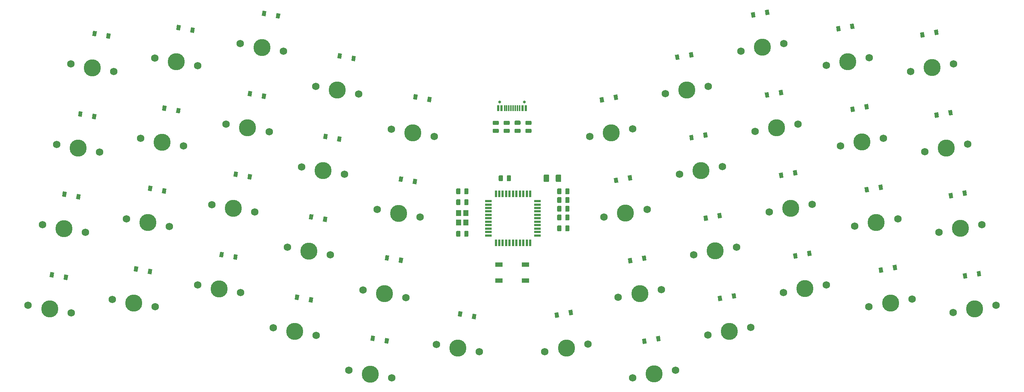
<source format=gts>
G04 #@! TF.GenerationSoftware,KiCad,Pcbnew,(5.1.5)-3*
G04 #@! TF.CreationDate,2020-04-21T01:25:22+02:00*
G04 #@! TF.ProjectId,Marv-Atreus,4d617276-2d41-4747-9265-75732e6b6963,rev?*
G04 #@! TF.SameCoordinates,Original*
G04 #@! TF.FileFunction,Soldermask,Top*
G04 #@! TF.FilePolarity,Negative*
%FSLAX46Y46*%
G04 Gerber Fmt 4.6, Leading zero omitted, Abs format (unit mm)*
G04 Created by KiCad (PCBNEW (5.1.5)-3) date 2020-04-21 01:25:22*
%MOMM*%
%LPD*%
G04 APERTURE LIST*
%ADD10R,1.200000X1.400000*%
%ADD11R,0.600000X1.450000*%
%ADD12R,0.300000X1.450000*%
%ADD13C,0.650000*%
%ADD14R,1.500000X0.550000*%
%ADD15R,0.550000X1.500000*%
%ADD16R,1.800000X1.100000*%
%ADD17C,0.100000*%
%ADD18C,3.987800*%
%ADD19C,1.750000*%
G04 APERTURE END LIST*
D10*
X136233560Y-96994000D03*
X136233560Y-94794000D03*
X137933560Y-94794000D03*
X137933560Y-96994000D03*
D11*
X145458497Y-70350524D03*
X151908497Y-70350524D03*
X146233497Y-70350524D03*
X151133497Y-70350524D03*
D12*
X150433497Y-70350524D03*
X146933497Y-70350524D03*
X149933497Y-70350524D03*
X147433497Y-70350524D03*
X149433497Y-70350524D03*
X147933497Y-70350524D03*
X148433497Y-70350524D03*
X148933497Y-70350524D03*
D13*
X145793497Y-68905524D03*
X151573497Y-68905524D03*
D14*
X154599307Y-91993108D03*
X154599307Y-92793108D03*
X154599307Y-93593108D03*
X154599307Y-94393108D03*
X154599307Y-95193108D03*
X154599307Y-95993108D03*
X154599307Y-96793108D03*
X154599307Y-97593108D03*
X154599307Y-98393108D03*
X154599307Y-99193108D03*
X154599307Y-99993108D03*
D15*
X152899307Y-101693108D03*
X152099307Y-101693108D03*
X151299307Y-101693108D03*
X150499307Y-101693108D03*
X149699307Y-101693108D03*
X148899307Y-101693108D03*
X148099307Y-101693108D03*
X147299307Y-101693108D03*
X146499307Y-101693108D03*
X145699307Y-101693108D03*
X144899307Y-101693108D03*
D14*
X143199307Y-99993108D03*
X143199307Y-99193108D03*
X143199307Y-98393108D03*
X143199307Y-97593108D03*
X143199307Y-96793108D03*
X143199307Y-95993108D03*
X143199307Y-95193108D03*
X143199307Y-94393108D03*
X143199307Y-93593108D03*
X143199307Y-92793108D03*
X143199307Y-91993108D03*
D15*
X144899307Y-90293108D03*
X145699307Y-90293108D03*
X146499307Y-90293108D03*
X147299307Y-90293108D03*
X148099307Y-90293108D03*
X148899307Y-90293108D03*
X149699307Y-90293108D03*
X150499307Y-90293108D03*
X151299307Y-90293108D03*
X152099307Y-90293108D03*
X152899307Y-90293108D03*
D16*
X145583497Y-110543140D03*
X151783497Y-106843140D03*
X145583497Y-106843140D03*
X151783497Y-110543140D03*
D17*
G36*
X159958142Y-97651174D02*
G01*
X159981803Y-97654684D01*
X160005007Y-97660496D01*
X160027529Y-97668554D01*
X160049153Y-97678782D01*
X160069670Y-97691079D01*
X160088883Y-97705329D01*
X160106607Y-97721393D01*
X160122671Y-97739117D01*
X160136921Y-97758330D01*
X160149218Y-97778847D01*
X160159446Y-97800471D01*
X160167504Y-97822993D01*
X160173316Y-97846197D01*
X160176826Y-97869858D01*
X160178000Y-97893750D01*
X160178000Y-98806250D01*
X160176826Y-98830142D01*
X160173316Y-98853803D01*
X160167504Y-98877007D01*
X160159446Y-98899529D01*
X160149218Y-98921153D01*
X160136921Y-98941670D01*
X160122671Y-98960883D01*
X160106607Y-98978607D01*
X160088883Y-98994671D01*
X160069670Y-99008921D01*
X160049153Y-99021218D01*
X160027529Y-99031446D01*
X160005007Y-99039504D01*
X159981803Y-99045316D01*
X159958142Y-99048826D01*
X159934250Y-99050000D01*
X159446750Y-99050000D01*
X159422858Y-99048826D01*
X159399197Y-99045316D01*
X159375993Y-99039504D01*
X159353471Y-99031446D01*
X159331847Y-99021218D01*
X159311330Y-99008921D01*
X159292117Y-98994671D01*
X159274393Y-98978607D01*
X159258329Y-98960883D01*
X159244079Y-98941670D01*
X159231782Y-98921153D01*
X159221554Y-98899529D01*
X159213496Y-98877007D01*
X159207684Y-98853803D01*
X159204174Y-98830142D01*
X159203000Y-98806250D01*
X159203000Y-97893750D01*
X159204174Y-97869858D01*
X159207684Y-97846197D01*
X159213496Y-97822993D01*
X159221554Y-97800471D01*
X159231782Y-97778847D01*
X159244079Y-97758330D01*
X159258329Y-97739117D01*
X159274393Y-97721393D01*
X159292117Y-97705329D01*
X159311330Y-97691079D01*
X159331847Y-97678782D01*
X159353471Y-97668554D01*
X159375993Y-97660496D01*
X159399197Y-97654684D01*
X159422858Y-97651174D01*
X159446750Y-97650000D01*
X159934250Y-97650000D01*
X159958142Y-97651174D01*
G37*
G36*
X161833142Y-97651174D02*
G01*
X161856803Y-97654684D01*
X161880007Y-97660496D01*
X161902529Y-97668554D01*
X161924153Y-97678782D01*
X161944670Y-97691079D01*
X161963883Y-97705329D01*
X161981607Y-97721393D01*
X161997671Y-97739117D01*
X162011921Y-97758330D01*
X162024218Y-97778847D01*
X162034446Y-97800471D01*
X162042504Y-97822993D01*
X162048316Y-97846197D01*
X162051826Y-97869858D01*
X162053000Y-97893750D01*
X162053000Y-98806250D01*
X162051826Y-98830142D01*
X162048316Y-98853803D01*
X162042504Y-98877007D01*
X162034446Y-98899529D01*
X162024218Y-98921153D01*
X162011921Y-98941670D01*
X161997671Y-98960883D01*
X161981607Y-98978607D01*
X161963883Y-98994671D01*
X161944670Y-99008921D01*
X161924153Y-99021218D01*
X161902529Y-99031446D01*
X161880007Y-99039504D01*
X161856803Y-99045316D01*
X161833142Y-99048826D01*
X161809250Y-99050000D01*
X161321750Y-99050000D01*
X161297858Y-99048826D01*
X161274197Y-99045316D01*
X161250993Y-99039504D01*
X161228471Y-99031446D01*
X161206847Y-99021218D01*
X161186330Y-99008921D01*
X161167117Y-98994671D01*
X161149393Y-98978607D01*
X161133329Y-98960883D01*
X161119079Y-98941670D01*
X161106782Y-98921153D01*
X161096554Y-98899529D01*
X161088496Y-98877007D01*
X161082684Y-98853803D01*
X161079174Y-98830142D01*
X161078000Y-98806250D01*
X161078000Y-97893750D01*
X161079174Y-97869858D01*
X161082684Y-97846197D01*
X161088496Y-97822993D01*
X161096554Y-97800471D01*
X161106782Y-97778847D01*
X161119079Y-97758330D01*
X161133329Y-97739117D01*
X161149393Y-97721393D01*
X161167117Y-97705329D01*
X161186330Y-97691079D01*
X161206847Y-97678782D01*
X161228471Y-97668554D01*
X161250993Y-97660496D01*
X161274197Y-97654684D01*
X161297858Y-97651174D01*
X161321750Y-97650000D01*
X161809250Y-97650000D01*
X161833142Y-97651174D01*
G37*
G36*
X150440142Y-73225674D02*
G01*
X150463803Y-73229184D01*
X150487007Y-73234996D01*
X150509529Y-73243054D01*
X150531153Y-73253282D01*
X150551670Y-73265579D01*
X150570883Y-73279829D01*
X150588607Y-73295893D01*
X150604671Y-73313617D01*
X150618921Y-73332830D01*
X150631218Y-73353347D01*
X150641446Y-73374971D01*
X150649504Y-73397493D01*
X150655316Y-73420697D01*
X150658826Y-73444358D01*
X150660000Y-73468250D01*
X150660000Y-73955750D01*
X150658826Y-73979642D01*
X150655316Y-74003303D01*
X150649504Y-74026507D01*
X150641446Y-74049029D01*
X150631218Y-74070653D01*
X150618921Y-74091170D01*
X150604671Y-74110383D01*
X150588607Y-74128107D01*
X150570883Y-74144171D01*
X150551670Y-74158421D01*
X150531153Y-74170718D01*
X150509529Y-74180946D01*
X150487007Y-74189004D01*
X150463803Y-74194816D01*
X150440142Y-74198326D01*
X150416250Y-74199500D01*
X149503750Y-74199500D01*
X149479858Y-74198326D01*
X149456197Y-74194816D01*
X149432993Y-74189004D01*
X149410471Y-74180946D01*
X149388847Y-74170718D01*
X149368330Y-74158421D01*
X149349117Y-74144171D01*
X149331393Y-74128107D01*
X149315329Y-74110383D01*
X149301079Y-74091170D01*
X149288782Y-74070653D01*
X149278554Y-74049029D01*
X149270496Y-74026507D01*
X149264684Y-74003303D01*
X149261174Y-73979642D01*
X149260000Y-73955750D01*
X149260000Y-73468250D01*
X149261174Y-73444358D01*
X149264684Y-73420697D01*
X149270496Y-73397493D01*
X149278554Y-73374971D01*
X149288782Y-73353347D01*
X149301079Y-73332830D01*
X149315329Y-73313617D01*
X149331393Y-73295893D01*
X149349117Y-73279829D01*
X149368330Y-73265579D01*
X149388847Y-73253282D01*
X149410471Y-73243054D01*
X149432993Y-73234996D01*
X149456197Y-73229184D01*
X149479858Y-73225674D01*
X149503750Y-73224500D01*
X150416250Y-73224500D01*
X150440142Y-73225674D01*
G37*
G36*
X150440142Y-75100674D02*
G01*
X150463803Y-75104184D01*
X150487007Y-75109996D01*
X150509529Y-75118054D01*
X150531153Y-75128282D01*
X150551670Y-75140579D01*
X150570883Y-75154829D01*
X150588607Y-75170893D01*
X150604671Y-75188617D01*
X150618921Y-75207830D01*
X150631218Y-75228347D01*
X150641446Y-75249971D01*
X150649504Y-75272493D01*
X150655316Y-75295697D01*
X150658826Y-75319358D01*
X150660000Y-75343250D01*
X150660000Y-75830750D01*
X150658826Y-75854642D01*
X150655316Y-75878303D01*
X150649504Y-75901507D01*
X150641446Y-75924029D01*
X150631218Y-75945653D01*
X150618921Y-75966170D01*
X150604671Y-75985383D01*
X150588607Y-76003107D01*
X150570883Y-76019171D01*
X150551670Y-76033421D01*
X150531153Y-76045718D01*
X150509529Y-76055946D01*
X150487007Y-76064004D01*
X150463803Y-76069816D01*
X150440142Y-76073326D01*
X150416250Y-76074500D01*
X149503750Y-76074500D01*
X149479858Y-76073326D01*
X149456197Y-76069816D01*
X149432993Y-76064004D01*
X149410471Y-76055946D01*
X149388847Y-76045718D01*
X149368330Y-76033421D01*
X149349117Y-76019171D01*
X149331393Y-76003107D01*
X149315329Y-75985383D01*
X149301079Y-75966170D01*
X149288782Y-75945653D01*
X149278554Y-75924029D01*
X149270496Y-75901507D01*
X149264684Y-75878303D01*
X149261174Y-75854642D01*
X149260000Y-75830750D01*
X149260000Y-75343250D01*
X149261174Y-75319358D01*
X149264684Y-75295697D01*
X149270496Y-75272493D01*
X149278554Y-75249971D01*
X149288782Y-75228347D01*
X149301079Y-75207830D01*
X149315329Y-75188617D01*
X149331393Y-75170893D01*
X149349117Y-75154829D01*
X149368330Y-75140579D01*
X149388847Y-75128282D01*
X149410471Y-75118054D01*
X149432993Y-75109996D01*
X149456197Y-75104184D01*
X149479858Y-75100674D01*
X149503750Y-75099500D01*
X150416250Y-75099500D01*
X150440142Y-75100674D01*
G37*
G36*
X147900142Y-73235482D02*
G01*
X147923803Y-73238992D01*
X147947007Y-73244804D01*
X147969529Y-73252862D01*
X147991153Y-73263090D01*
X148011670Y-73275387D01*
X148030883Y-73289637D01*
X148048607Y-73305701D01*
X148064671Y-73323425D01*
X148078921Y-73342638D01*
X148091218Y-73363155D01*
X148101446Y-73384779D01*
X148109504Y-73407301D01*
X148115316Y-73430505D01*
X148118826Y-73454166D01*
X148120000Y-73478058D01*
X148120000Y-73965558D01*
X148118826Y-73989450D01*
X148115316Y-74013111D01*
X148109504Y-74036315D01*
X148101446Y-74058837D01*
X148091218Y-74080461D01*
X148078921Y-74100978D01*
X148064671Y-74120191D01*
X148048607Y-74137915D01*
X148030883Y-74153979D01*
X148011670Y-74168229D01*
X147991153Y-74180526D01*
X147969529Y-74190754D01*
X147947007Y-74198812D01*
X147923803Y-74204624D01*
X147900142Y-74208134D01*
X147876250Y-74209308D01*
X146963750Y-74209308D01*
X146939858Y-74208134D01*
X146916197Y-74204624D01*
X146892993Y-74198812D01*
X146870471Y-74190754D01*
X146848847Y-74180526D01*
X146828330Y-74168229D01*
X146809117Y-74153979D01*
X146791393Y-74137915D01*
X146775329Y-74120191D01*
X146761079Y-74100978D01*
X146748782Y-74080461D01*
X146738554Y-74058837D01*
X146730496Y-74036315D01*
X146724684Y-74013111D01*
X146721174Y-73989450D01*
X146720000Y-73965558D01*
X146720000Y-73478058D01*
X146721174Y-73454166D01*
X146724684Y-73430505D01*
X146730496Y-73407301D01*
X146738554Y-73384779D01*
X146748782Y-73363155D01*
X146761079Y-73342638D01*
X146775329Y-73323425D01*
X146791393Y-73305701D01*
X146809117Y-73289637D01*
X146828330Y-73275387D01*
X146848847Y-73263090D01*
X146870471Y-73252862D01*
X146892993Y-73244804D01*
X146916197Y-73238992D01*
X146939858Y-73235482D01*
X146963750Y-73234308D01*
X147876250Y-73234308D01*
X147900142Y-73235482D01*
G37*
G36*
X147900142Y-75110482D02*
G01*
X147923803Y-75113992D01*
X147947007Y-75119804D01*
X147969529Y-75127862D01*
X147991153Y-75138090D01*
X148011670Y-75150387D01*
X148030883Y-75164637D01*
X148048607Y-75180701D01*
X148064671Y-75198425D01*
X148078921Y-75217638D01*
X148091218Y-75238155D01*
X148101446Y-75259779D01*
X148109504Y-75282301D01*
X148115316Y-75305505D01*
X148118826Y-75329166D01*
X148120000Y-75353058D01*
X148120000Y-75840558D01*
X148118826Y-75864450D01*
X148115316Y-75888111D01*
X148109504Y-75911315D01*
X148101446Y-75933837D01*
X148091218Y-75955461D01*
X148078921Y-75975978D01*
X148064671Y-75995191D01*
X148048607Y-76012915D01*
X148030883Y-76028979D01*
X148011670Y-76043229D01*
X147991153Y-76055526D01*
X147969529Y-76065754D01*
X147947007Y-76073812D01*
X147923803Y-76079624D01*
X147900142Y-76083134D01*
X147876250Y-76084308D01*
X146963750Y-76084308D01*
X146939858Y-76083134D01*
X146916197Y-76079624D01*
X146892993Y-76073812D01*
X146870471Y-76065754D01*
X146848847Y-76055526D01*
X146828330Y-76043229D01*
X146809117Y-76028979D01*
X146791393Y-76012915D01*
X146775329Y-75995191D01*
X146761079Y-75975978D01*
X146748782Y-75955461D01*
X146738554Y-75933837D01*
X146730496Y-75911315D01*
X146724684Y-75888111D01*
X146721174Y-75864450D01*
X146720000Y-75840558D01*
X146720000Y-75353058D01*
X146721174Y-75329166D01*
X146724684Y-75305505D01*
X146730496Y-75282301D01*
X146738554Y-75259779D01*
X146748782Y-75238155D01*
X146761079Y-75217638D01*
X146775329Y-75198425D01*
X146791393Y-75180701D01*
X146809117Y-75164637D01*
X146828330Y-75150387D01*
X146848847Y-75138090D01*
X146870471Y-75127862D01*
X146892993Y-75119804D01*
X146916197Y-75113992D01*
X146939858Y-75110482D01*
X146963750Y-75109308D01*
X147876250Y-75109308D01*
X147900142Y-75110482D01*
G37*
G36*
X152980142Y-75110482D02*
G01*
X153003803Y-75113992D01*
X153027007Y-75119804D01*
X153049529Y-75127862D01*
X153071153Y-75138090D01*
X153091670Y-75150387D01*
X153110883Y-75164637D01*
X153128607Y-75180701D01*
X153144671Y-75198425D01*
X153158921Y-75217638D01*
X153171218Y-75238155D01*
X153181446Y-75259779D01*
X153189504Y-75282301D01*
X153195316Y-75305505D01*
X153198826Y-75329166D01*
X153200000Y-75353058D01*
X153200000Y-75840558D01*
X153198826Y-75864450D01*
X153195316Y-75888111D01*
X153189504Y-75911315D01*
X153181446Y-75933837D01*
X153171218Y-75955461D01*
X153158921Y-75975978D01*
X153144671Y-75995191D01*
X153128607Y-76012915D01*
X153110883Y-76028979D01*
X153091670Y-76043229D01*
X153071153Y-76055526D01*
X153049529Y-76065754D01*
X153027007Y-76073812D01*
X153003803Y-76079624D01*
X152980142Y-76083134D01*
X152956250Y-76084308D01*
X152043750Y-76084308D01*
X152019858Y-76083134D01*
X151996197Y-76079624D01*
X151972993Y-76073812D01*
X151950471Y-76065754D01*
X151928847Y-76055526D01*
X151908330Y-76043229D01*
X151889117Y-76028979D01*
X151871393Y-76012915D01*
X151855329Y-75995191D01*
X151841079Y-75975978D01*
X151828782Y-75955461D01*
X151818554Y-75933837D01*
X151810496Y-75911315D01*
X151804684Y-75888111D01*
X151801174Y-75864450D01*
X151800000Y-75840558D01*
X151800000Y-75353058D01*
X151801174Y-75329166D01*
X151804684Y-75305505D01*
X151810496Y-75282301D01*
X151818554Y-75259779D01*
X151828782Y-75238155D01*
X151841079Y-75217638D01*
X151855329Y-75198425D01*
X151871393Y-75180701D01*
X151889117Y-75164637D01*
X151908330Y-75150387D01*
X151928847Y-75138090D01*
X151950471Y-75127862D01*
X151972993Y-75119804D01*
X151996197Y-75113992D01*
X152019858Y-75110482D01*
X152043750Y-75109308D01*
X152956250Y-75109308D01*
X152980142Y-75110482D01*
G37*
G36*
X152980142Y-73235482D02*
G01*
X153003803Y-73238992D01*
X153027007Y-73244804D01*
X153049529Y-73252862D01*
X153071153Y-73263090D01*
X153091670Y-73275387D01*
X153110883Y-73289637D01*
X153128607Y-73305701D01*
X153144671Y-73323425D01*
X153158921Y-73342638D01*
X153171218Y-73363155D01*
X153181446Y-73384779D01*
X153189504Y-73407301D01*
X153195316Y-73430505D01*
X153198826Y-73454166D01*
X153200000Y-73478058D01*
X153200000Y-73965558D01*
X153198826Y-73989450D01*
X153195316Y-74013111D01*
X153189504Y-74036315D01*
X153181446Y-74058837D01*
X153171218Y-74080461D01*
X153158921Y-74100978D01*
X153144671Y-74120191D01*
X153128607Y-74137915D01*
X153110883Y-74153979D01*
X153091670Y-74168229D01*
X153071153Y-74180526D01*
X153049529Y-74190754D01*
X153027007Y-74198812D01*
X153003803Y-74204624D01*
X152980142Y-74208134D01*
X152956250Y-74209308D01*
X152043750Y-74209308D01*
X152019858Y-74208134D01*
X151996197Y-74204624D01*
X151972993Y-74198812D01*
X151950471Y-74190754D01*
X151928847Y-74180526D01*
X151908330Y-74168229D01*
X151889117Y-74153979D01*
X151871393Y-74137915D01*
X151855329Y-74120191D01*
X151841079Y-74100978D01*
X151828782Y-74080461D01*
X151818554Y-74058837D01*
X151810496Y-74036315D01*
X151804684Y-74013111D01*
X151801174Y-73989450D01*
X151800000Y-73965558D01*
X151800000Y-73478058D01*
X151801174Y-73454166D01*
X151804684Y-73430505D01*
X151810496Y-73407301D01*
X151818554Y-73384779D01*
X151828782Y-73363155D01*
X151841079Y-73342638D01*
X151855329Y-73323425D01*
X151871393Y-73305701D01*
X151889117Y-73289637D01*
X151908330Y-73275387D01*
X151928847Y-73263090D01*
X151950471Y-73252862D01*
X151972993Y-73244804D01*
X151996197Y-73238992D01*
X152019858Y-73235482D01*
X152043750Y-73234308D01*
X152956250Y-73234308D01*
X152980142Y-73235482D01*
G37*
G36*
X145360142Y-73235482D02*
G01*
X145383803Y-73238992D01*
X145407007Y-73244804D01*
X145429529Y-73252862D01*
X145451153Y-73263090D01*
X145471670Y-73275387D01*
X145490883Y-73289637D01*
X145508607Y-73305701D01*
X145524671Y-73323425D01*
X145538921Y-73342638D01*
X145551218Y-73363155D01*
X145561446Y-73384779D01*
X145569504Y-73407301D01*
X145575316Y-73430505D01*
X145578826Y-73454166D01*
X145580000Y-73478058D01*
X145580000Y-73965558D01*
X145578826Y-73989450D01*
X145575316Y-74013111D01*
X145569504Y-74036315D01*
X145561446Y-74058837D01*
X145551218Y-74080461D01*
X145538921Y-74100978D01*
X145524671Y-74120191D01*
X145508607Y-74137915D01*
X145490883Y-74153979D01*
X145471670Y-74168229D01*
X145451153Y-74180526D01*
X145429529Y-74190754D01*
X145407007Y-74198812D01*
X145383803Y-74204624D01*
X145360142Y-74208134D01*
X145336250Y-74209308D01*
X144423750Y-74209308D01*
X144399858Y-74208134D01*
X144376197Y-74204624D01*
X144352993Y-74198812D01*
X144330471Y-74190754D01*
X144308847Y-74180526D01*
X144288330Y-74168229D01*
X144269117Y-74153979D01*
X144251393Y-74137915D01*
X144235329Y-74120191D01*
X144221079Y-74100978D01*
X144208782Y-74080461D01*
X144198554Y-74058837D01*
X144190496Y-74036315D01*
X144184684Y-74013111D01*
X144181174Y-73989450D01*
X144180000Y-73965558D01*
X144180000Y-73478058D01*
X144181174Y-73454166D01*
X144184684Y-73430505D01*
X144190496Y-73407301D01*
X144198554Y-73384779D01*
X144208782Y-73363155D01*
X144221079Y-73342638D01*
X144235329Y-73323425D01*
X144251393Y-73305701D01*
X144269117Y-73289637D01*
X144288330Y-73275387D01*
X144308847Y-73263090D01*
X144330471Y-73252862D01*
X144352993Y-73244804D01*
X144376197Y-73238992D01*
X144399858Y-73235482D01*
X144423750Y-73234308D01*
X145336250Y-73234308D01*
X145360142Y-73235482D01*
G37*
G36*
X145360142Y-75110482D02*
G01*
X145383803Y-75113992D01*
X145407007Y-75119804D01*
X145429529Y-75127862D01*
X145451153Y-75138090D01*
X145471670Y-75150387D01*
X145490883Y-75164637D01*
X145508607Y-75180701D01*
X145524671Y-75198425D01*
X145538921Y-75217638D01*
X145551218Y-75238155D01*
X145561446Y-75259779D01*
X145569504Y-75282301D01*
X145575316Y-75305505D01*
X145578826Y-75329166D01*
X145580000Y-75353058D01*
X145580000Y-75840558D01*
X145578826Y-75864450D01*
X145575316Y-75888111D01*
X145569504Y-75911315D01*
X145561446Y-75933837D01*
X145551218Y-75955461D01*
X145538921Y-75975978D01*
X145524671Y-75995191D01*
X145508607Y-76012915D01*
X145490883Y-76028979D01*
X145471670Y-76043229D01*
X145451153Y-76055526D01*
X145429529Y-76065754D01*
X145407007Y-76073812D01*
X145383803Y-76079624D01*
X145360142Y-76083134D01*
X145336250Y-76084308D01*
X144423750Y-76084308D01*
X144399858Y-76083134D01*
X144376197Y-76079624D01*
X144352993Y-76073812D01*
X144330471Y-76065754D01*
X144308847Y-76055526D01*
X144288330Y-76043229D01*
X144269117Y-76028979D01*
X144251393Y-76012915D01*
X144235329Y-75995191D01*
X144221079Y-75975978D01*
X144208782Y-75955461D01*
X144198554Y-75933837D01*
X144190496Y-75911315D01*
X144184684Y-75888111D01*
X144181174Y-75864450D01*
X144180000Y-75840558D01*
X144180000Y-75353058D01*
X144181174Y-75329166D01*
X144184684Y-75305505D01*
X144190496Y-75282301D01*
X144198554Y-75259779D01*
X144208782Y-75238155D01*
X144221079Y-75217638D01*
X144235329Y-75198425D01*
X144251393Y-75180701D01*
X144269117Y-75164637D01*
X144288330Y-75150387D01*
X144308847Y-75138090D01*
X144330471Y-75127862D01*
X144352993Y-75119804D01*
X144376197Y-75113992D01*
X144399858Y-75110482D01*
X144423750Y-75109308D01*
X145336250Y-75109308D01*
X145360142Y-75110482D01*
G37*
G36*
X138289642Y-89015174D02*
G01*
X138313303Y-89018684D01*
X138336507Y-89024496D01*
X138359029Y-89032554D01*
X138380653Y-89042782D01*
X138401170Y-89055079D01*
X138420383Y-89069329D01*
X138438107Y-89085393D01*
X138454171Y-89103117D01*
X138468421Y-89122330D01*
X138480718Y-89142847D01*
X138490946Y-89164471D01*
X138499004Y-89186993D01*
X138504816Y-89210197D01*
X138508326Y-89233858D01*
X138509500Y-89257750D01*
X138509500Y-90170250D01*
X138508326Y-90194142D01*
X138504816Y-90217803D01*
X138499004Y-90241007D01*
X138490946Y-90263529D01*
X138480718Y-90285153D01*
X138468421Y-90305670D01*
X138454171Y-90324883D01*
X138438107Y-90342607D01*
X138420383Y-90358671D01*
X138401170Y-90372921D01*
X138380653Y-90385218D01*
X138359029Y-90395446D01*
X138336507Y-90403504D01*
X138313303Y-90409316D01*
X138289642Y-90412826D01*
X138265750Y-90414000D01*
X137778250Y-90414000D01*
X137754358Y-90412826D01*
X137730697Y-90409316D01*
X137707493Y-90403504D01*
X137684971Y-90395446D01*
X137663347Y-90385218D01*
X137642830Y-90372921D01*
X137623617Y-90358671D01*
X137605893Y-90342607D01*
X137589829Y-90324883D01*
X137575579Y-90305670D01*
X137563282Y-90285153D01*
X137553054Y-90263529D01*
X137544996Y-90241007D01*
X137539184Y-90217803D01*
X137535674Y-90194142D01*
X137534500Y-90170250D01*
X137534500Y-89257750D01*
X137535674Y-89233858D01*
X137539184Y-89210197D01*
X137544996Y-89186993D01*
X137553054Y-89164471D01*
X137563282Y-89142847D01*
X137575579Y-89122330D01*
X137589829Y-89103117D01*
X137605893Y-89085393D01*
X137623617Y-89069329D01*
X137642830Y-89055079D01*
X137663347Y-89042782D01*
X137684971Y-89032554D01*
X137707493Y-89024496D01*
X137730697Y-89018684D01*
X137754358Y-89015174D01*
X137778250Y-89014000D01*
X138265750Y-89014000D01*
X138289642Y-89015174D01*
G37*
G36*
X136414642Y-89015174D02*
G01*
X136438303Y-89018684D01*
X136461507Y-89024496D01*
X136484029Y-89032554D01*
X136505653Y-89042782D01*
X136526170Y-89055079D01*
X136545383Y-89069329D01*
X136563107Y-89085393D01*
X136579171Y-89103117D01*
X136593421Y-89122330D01*
X136605718Y-89142847D01*
X136615946Y-89164471D01*
X136624004Y-89186993D01*
X136629816Y-89210197D01*
X136633326Y-89233858D01*
X136634500Y-89257750D01*
X136634500Y-90170250D01*
X136633326Y-90194142D01*
X136629816Y-90217803D01*
X136624004Y-90241007D01*
X136615946Y-90263529D01*
X136605718Y-90285153D01*
X136593421Y-90305670D01*
X136579171Y-90324883D01*
X136563107Y-90342607D01*
X136545383Y-90358671D01*
X136526170Y-90372921D01*
X136505653Y-90385218D01*
X136484029Y-90395446D01*
X136461507Y-90403504D01*
X136438303Y-90409316D01*
X136414642Y-90412826D01*
X136390750Y-90414000D01*
X135903250Y-90414000D01*
X135879358Y-90412826D01*
X135855697Y-90409316D01*
X135832493Y-90403504D01*
X135809971Y-90395446D01*
X135788347Y-90385218D01*
X135767830Y-90372921D01*
X135748617Y-90358671D01*
X135730893Y-90342607D01*
X135714829Y-90324883D01*
X135700579Y-90305670D01*
X135688282Y-90285153D01*
X135678054Y-90263529D01*
X135669996Y-90241007D01*
X135664184Y-90217803D01*
X135660674Y-90194142D01*
X135659500Y-90170250D01*
X135659500Y-89257750D01*
X135660674Y-89233858D01*
X135664184Y-89210197D01*
X135669996Y-89186993D01*
X135678054Y-89164471D01*
X135688282Y-89142847D01*
X135700579Y-89122330D01*
X135714829Y-89103117D01*
X135730893Y-89085393D01*
X135748617Y-89069329D01*
X135767830Y-89055079D01*
X135788347Y-89042782D01*
X135809971Y-89032554D01*
X135832493Y-89024496D01*
X135855697Y-89018684D01*
X135879358Y-89015174D01*
X135903250Y-89014000D01*
X136390750Y-89014000D01*
X136414642Y-89015174D01*
G37*
D18*
X256436492Y-117128644D03*
D19*
X251433669Y-118010777D03*
X261439315Y-116246511D03*
D18*
X236848856Y-115746492D03*
D19*
X231846033Y-116628625D03*
X241851679Y-114864359D03*
D18*
X216916635Y-112410106D03*
D19*
X211913812Y-113292239D03*
X221919458Y-111527973D03*
D18*
X199327586Y-122362504D03*
D19*
X194324763Y-123244637D03*
X204330409Y-121480371D03*
D18*
X181738536Y-132314902D03*
D19*
X176735713Y-133197035D03*
X186741359Y-131432769D03*
D18*
X161323898Y-126242590D03*
D19*
X156321075Y-127124723D03*
X166326721Y-125360457D03*
X141045920Y-127158807D03*
X131040274Y-125394541D03*
D18*
X136043097Y-126276674D03*
X115628458Y-132348986D03*
D19*
X110625635Y-131466853D03*
X120631281Y-133231119D03*
D18*
X98039410Y-122396588D03*
D19*
X93036587Y-121514455D03*
X103042233Y-123278721D03*
D18*
X80450360Y-112444190D03*
D19*
X75447537Y-111562057D03*
X85453183Y-113326323D03*
D18*
X60518140Y-115780576D03*
D19*
X55515317Y-114898443D03*
X65520963Y-116662709D03*
D18*
X40930503Y-117162728D03*
D19*
X35927680Y-116280595D03*
X45933326Y-118044861D03*
D18*
X253128486Y-98368009D03*
D19*
X248125663Y-99250142D03*
X258131309Y-97485876D03*
D18*
X233540850Y-96985857D03*
D19*
X228538027Y-97867990D03*
X238543673Y-96103724D03*
D18*
X213608629Y-93649471D03*
D19*
X208605806Y-94531604D03*
X218611452Y-92767338D03*
D18*
X196019580Y-103601869D03*
D19*
X191016757Y-104484002D03*
X201022403Y-102719736D03*
D18*
X178430530Y-113554267D03*
D19*
X173427707Y-114436400D03*
X183433353Y-112672134D03*
D18*
X118936465Y-113588350D03*
D19*
X113933642Y-112706217D03*
X123939288Y-114470483D03*
D18*
X101347415Y-103635953D03*
D19*
X96344592Y-102753820D03*
X106350238Y-104518086D03*
D18*
X83758366Y-93683556D03*
D19*
X78755543Y-92801423D03*
X88761189Y-94565689D03*
D18*
X63826146Y-97019941D03*
D19*
X58823323Y-96137808D03*
X68828969Y-97902074D03*
D18*
X44238509Y-98402093D03*
D19*
X39235686Y-97519960D03*
X49241332Y-99284226D03*
D18*
X249820480Y-79607374D03*
D19*
X244817657Y-80489507D03*
X254823303Y-78725241D03*
D18*
X230232844Y-78225222D03*
D19*
X225230021Y-79107355D03*
X235235667Y-77343089D03*
D18*
X210300623Y-74888836D03*
D19*
X205297800Y-75770969D03*
X215303446Y-74006703D03*
D18*
X192711574Y-84841234D03*
D19*
X187708751Y-85723367D03*
X197714397Y-83959101D03*
D18*
X175122524Y-94793632D03*
D19*
X170119701Y-95675765D03*
X180125347Y-93911499D03*
D18*
X122244471Y-94827716D03*
D19*
X117241648Y-93945583D03*
X127247294Y-95709849D03*
D18*
X104655421Y-84875318D03*
D19*
X99652598Y-83993185D03*
X109658244Y-85757451D03*
D18*
X87066373Y-74922920D03*
D19*
X82063550Y-74040787D03*
X92069196Y-75805053D03*
D18*
X67134152Y-78259306D03*
D19*
X62131329Y-77377173D03*
X72136975Y-79141439D03*
D18*
X47546516Y-79641458D03*
D19*
X42543693Y-78759325D03*
X52549339Y-80523591D03*
D18*
X246512474Y-60846739D03*
D19*
X241509651Y-61728872D03*
X251515297Y-59964606D03*
D18*
X226924837Y-59464587D03*
D19*
X221922014Y-60346720D03*
X231927660Y-58582454D03*
D18*
X206992617Y-56128201D03*
D19*
X201989794Y-57010334D03*
X211995440Y-55246068D03*
D18*
X189403568Y-66080599D03*
D19*
X184400745Y-66962732D03*
X194406391Y-65198466D03*
D18*
X171814518Y-76032997D03*
D19*
X166811695Y-76915130D03*
X176817341Y-75150864D03*
D18*
X125552477Y-76067081D03*
D19*
X120549654Y-75184948D03*
X130555300Y-76949214D03*
D18*
X107963427Y-66114683D03*
D19*
X102960604Y-65232550D03*
X112966250Y-66996816D03*
D18*
X90374379Y-56162286D03*
D19*
X85371556Y-55280153D03*
X95377202Y-57044419D03*
D18*
X70442158Y-59498671D03*
D19*
X65439335Y-58616538D03*
X75444981Y-60380804D03*
D18*
X50854522Y-60880823D03*
D19*
X45851699Y-59998690D03*
X55857345Y-61762956D03*
D17*
G36*
X159887504Y-85792204D02*
G01*
X159911773Y-85795804D01*
X159935571Y-85801765D01*
X159958671Y-85810030D01*
X159980849Y-85820520D01*
X160001893Y-85833133D01*
X160021598Y-85847747D01*
X160039777Y-85864223D01*
X160056253Y-85882402D01*
X160070867Y-85902107D01*
X160083480Y-85923151D01*
X160093970Y-85945329D01*
X160102235Y-85968429D01*
X160108196Y-85992227D01*
X160111796Y-86016496D01*
X160113000Y-86041000D01*
X160113000Y-87291000D01*
X160111796Y-87315504D01*
X160108196Y-87339773D01*
X160102235Y-87363571D01*
X160093970Y-87386671D01*
X160083480Y-87408849D01*
X160070867Y-87429893D01*
X160056253Y-87449598D01*
X160039777Y-87467777D01*
X160021598Y-87484253D01*
X160001893Y-87498867D01*
X159980849Y-87511480D01*
X159958671Y-87521970D01*
X159935571Y-87530235D01*
X159911773Y-87536196D01*
X159887504Y-87539796D01*
X159863000Y-87541000D01*
X159113000Y-87541000D01*
X159088496Y-87539796D01*
X159064227Y-87536196D01*
X159040429Y-87530235D01*
X159017329Y-87521970D01*
X158995151Y-87511480D01*
X158974107Y-87498867D01*
X158954402Y-87484253D01*
X158936223Y-87467777D01*
X158919747Y-87449598D01*
X158905133Y-87429893D01*
X158892520Y-87408849D01*
X158882030Y-87386671D01*
X158873765Y-87363571D01*
X158867804Y-87339773D01*
X158864204Y-87315504D01*
X158863000Y-87291000D01*
X158863000Y-86041000D01*
X158864204Y-86016496D01*
X158867804Y-85992227D01*
X158873765Y-85968429D01*
X158882030Y-85945329D01*
X158892520Y-85923151D01*
X158905133Y-85902107D01*
X158919747Y-85882402D01*
X158936223Y-85864223D01*
X158954402Y-85847747D01*
X158974107Y-85833133D01*
X158995151Y-85820520D01*
X159017329Y-85810030D01*
X159040429Y-85801765D01*
X159064227Y-85795804D01*
X159088496Y-85792204D01*
X159113000Y-85791000D01*
X159863000Y-85791000D01*
X159887504Y-85792204D01*
G37*
G36*
X157087504Y-85792204D02*
G01*
X157111773Y-85795804D01*
X157135571Y-85801765D01*
X157158671Y-85810030D01*
X157180849Y-85820520D01*
X157201893Y-85833133D01*
X157221598Y-85847747D01*
X157239777Y-85864223D01*
X157256253Y-85882402D01*
X157270867Y-85902107D01*
X157283480Y-85923151D01*
X157293970Y-85945329D01*
X157302235Y-85968429D01*
X157308196Y-85992227D01*
X157311796Y-86016496D01*
X157313000Y-86041000D01*
X157313000Y-87291000D01*
X157311796Y-87315504D01*
X157308196Y-87339773D01*
X157302235Y-87363571D01*
X157293970Y-87386671D01*
X157283480Y-87408849D01*
X157270867Y-87429893D01*
X157256253Y-87449598D01*
X157239777Y-87467777D01*
X157221598Y-87484253D01*
X157201893Y-87498867D01*
X157180849Y-87511480D01*
X157158671Y-87521970D01*
X157135571Y-87530235D01*
X157111773Y-87536196D01*
X157087504Y-87539796D01*
X157063000Y-87541000D01*
X156313000Y-87541000D01*
X156288496Y-87539796D01*
X156264227Y-87536196D01*
X156240429Y-87530235D01*
X156217329Y-87521970D01*
X156195151Y-87511480D01*
X156174107Y-87498867D01*
X156154402Y-87484253D01*
X156136223Y-87467777D01*
X156119747Y-87449598D01*
X156105133Y-87429893D01*
X156092520Y-87408849D01*
X156082030Y-87386671D01*
X156073765Y-87363571D01*
X156067804Y-87339773D01*
X156064204Y-87315504D01*
X156063000Y-87291000D01*
X156063000Y-86041000D01*
X156064204Y-86016496D01*
X156067804Y-85992227D01*
X156073765Y-85968429D01*
X156082030Y-85945329D01*
X156092520Y-85923151D01*
X156105133Y-85902107D01*
X156119747Y-85882402D01*
X156136223Y-85864223D01*
X156154402Y-85847747D01*
X156174107Y-85833133D01*
X156195151Y-85820520D01*
X156217329Y-85810030D01*
X156240429Y-85801765D01*
X156264227Y-85795804D01*
X156288496Y-85792204D01*
X156313000Y-85791000D01*
X157063000Y-85791000D01*
X157087504Y-85792204D01*
G37*
G36*
X257125808Y-109556386D02*
G01*
X256917431Y-108374617D01*
X257803758Y-108218334D01*
X258012135Y-109400103D01*
X257125808Y-109556386D01*
G37*
G36*
X253875942Y-110129424D02*
G01*
X253667565Y-108947655D01*
X254553892Y-108791372D01*
X254762269Y-109973141D01*
X253875942Y-110129424D01*
G37*
G36*
X237538171Y-108174234D02*
G01*
X237329794Y-106992465D01*
X238216121Y-106836182D01*
X238424498Y-108017951D01*
X237538171Y-108174234D01*
G37*
G36*
X234288305Y-108747272D02*
G01*
X234079928Y-107565503D01*
X234966255Y-107409220D01*
X235174632Y-108590989D01*
X234288305Y-108747272D01*
G37*
G36*
X217605951Y-104837848D02*
G01*
X217397574Y-103656079D01*
X218283901Y-103499796D01*
X218492278Y-104681565D01*
X217605951Y-104837848D01*
G37*
G36*
X214356085Y-105410886D02*
G01*
X214147708Y-104229117D01*
X215034035Y-104072834D01*
X215242412Y-105254603D01*
X214356085Y-105410886D01*
G37*
G36*
X200016901Y-114790246D02*
G01*
X199808524Y-113608477D01*
X200694851Y-113452194D01*
X200903228Y-114633963D01*
X200016901Y-114790246D01*
G37*
G36*
X196767035Y-115363284D02*
G01*
X196558658Y-114181515D01*
X197444985Y-114025232D01*
X197653362Y-115207001D01*
X196767035Y-115363284D01*
G37*
G36*
X182427852Y-124742644D02*
G01*
X182219475Y-123560875D01*
X183105802Y-123404592D01*
X183314179Y-124586361D01*
X182427852Y-124742644D01*
G37*
G36*
X179177986Y-125315682D02*
G01*
X178969609Y-124133913D01*
X179855936Y-123977630D01*
X180064313Y-125159399D01*
X179177986Y-125315682D01*
G37*
G36*
X162013214Y-118670332D02*
G01*
X161804837Y-117488563D01*
X162691164Y-117332280D01*
X162899541Y-118514049D01*
X162013214Y-118670332D01*
G37*
G36*
X158763348Y-119243370D02*
G01*
X158554971Y-118061601D01*
X159441298Y-117905318D01*
X159649675Y-119087087D01*
X158763348Y-119243370D01*
G37*
G36*
X139280707Y-119396838D02*
G01*
X139489084Y-118215069D01*
X140375411Y-118371352D01*
X140167034Y-119553121D01*
X139280707Y-119396838D01*
G37*
G36*
X136030841Y-118823800D02*
G01*
X136239218Y-117642031D01*
X137125545Y-117798314D01*
X136917168Y-118980083D01*
X136030841Y-118823800D01*
G37*
G36*
X118934986Y-125078303D02*
G01*
X119143363Y-123896534D01*
X120029690Y-124052817D01*
X119821313Y-125234586D01*
X118934986Y-125078303D01*
G37*
G36*
X115685120Y-124505265D02*
G01*
X115893497Y-123323496D01*
X116779824Y-123479779D01*
X116571447Y-124661548D01*
X115685120Y-124505265D01*
G37*
G36*
X101277020Y-115516752D02*
G01*
X101485397Y-114334983D01*
X102371724Y-114491266D01*
X102163347Y-115673035D01*
X101277020Y-115516752D01*
G37*
G36*
X98027154Y-114943714D02*
G01*
X98235531Y-113761945D01*
X99121858Y-113918228D01*
X98913481Y-115099997D01*
X98027154Y-114943714D01*
G37*
G36*
X83687970Y-105564354D02*
G01*
X83896347Y-104382585D01*
X84782674Y-104538868D01*
X84574297Y-105720637D01*
X83687970Y-105564354D01*
G37*
G36*
X80438104Y-104991316D02*
G01*
X80646481Y-103809547D01*
X81532808Y-103965830D01*
X81324431Y-105147599D01*
X80438104Y-104991316D01*
G37*
G36*
X63755749Y-108900740D02*
G01*
X63964126Y-107718971D01*
X64850453Y-107875254D01*
X64642076Y-109057023D01*
X63755749Y-108900740D01*
G37*
G36*
X60505883Y-108327702D02*
G01*
X60714260Y-107145933D01*
X61600587Y-107302216D01*
X61392210Y-108483985D01*
X60505883Y-108327702D01*
G37*
G36*
X44168113Y-110282893D02*
G01*
X44376490Y-109101124D01*
X45262817Y-109257407D01*
X45054440Y-110439176D01*
X44168113Y-110282893D01*
G37*
G36*
X40918247Y-109709855D02*
G01*
X41126624Y-108528086D01*
X42012951Y-108684369D01*
X41804574Y-109866138D01*
X40918247Y-109709855D01*
G37*
G36*
X253817801Y-90795752D02*
G01*
X253609424Y-89613983D01*
X254495751Y-89457700D01*
X254704128Y-90639469D01*
X253817801Y-90795752D01*
G37*
G36*
X250567935Y-91368790D02*
G01*
X250359558Y-90187021D01*
X251245885Y-90030738D01*
X251454262Y-91212507D01*
X250567935Y-91368790D01*
G37*
G36*
X234230165Y-89413599D02*
G01*
X234021788Y-88231830D01*
X234908115Y-88075547D01*
X235116492Y-89257316D01*
X234230165Y-89413599D01*
G37*
G36*
X230980299Y-89986637D02*
G01*
X230771922Y-88804868D01*
X231658249Y-88648585D01*
X231866626Y-89830354D01*
X230980299Y-89986637D01*
G37*
G36*
X214297944Y-86077213D02*
G01*
X214089567Y-84895444D01*
X214975894Y-84739161D01*
X215184271Y-85920930D01*
X214297944Y-86077213D01*
G37*
G36*
X211048078Y-86650251D02*
G01*
X210839701Y-85468482D01*
X211726028Y-85312199D01*
X211934405Y-86493968D01*
X211048078Y-86650251D01*
G37*
G36*
X196708895Y-96029611D02*
G01*
X196500518Y-94847842D01*
X197386845Y-94691559D01*
X197595222Y-95873328D01*
X196708895Y-96029611D01*
G37*
G36*
X193459029Y-96602649D02*
G01*
X193250652Y-95420880D01*
X194136979Y-95264597D01*
X194345356Y-96446366D01*
X193459029Y-96602649D01*
G37*
G36*
X179119846Y-105982009D02*
G01*
X178911469Y-104800240D01*
X179797796Y-104643957D01*
X180006173Y-105825726D01*
X179119846Y-105982009D01*
G37*
G36*
X175869980Y-106555047D02*
G01*
X175661603Y-105373278D01*
X176547930Y-105216995D01*
X176756307Y-106398764D01*
X175869980Y-106555047D01*
G37*
G36*
X122242992Y-106317668D02*
G01*
X122451369Y-105135899D01*
X123337696Y-105292182D01*
X123129319Y-106473951D01*
X122242992Y-106317668D01*
G37*
G36*
X118993126Y-105744630D02*
G01*
X119201503Y-104562861D01*
X120087830Y-104719144D01*
X119879453Y-105900913D01*
X118993126Y-105744630D01*
G37*
G36*
X104585026Y-96756118D02*
G01*
X104793403Y-95574349D01*
X105679730Y-95730632D01*
X105471353Y-96912401D01*
X104585026Y-96756118D01*
G37*
G36*
X101335160Y-96183080D02*
G01*
X101543537Y-95001311D01*
X102429864Y-95157594D01*
X102221487Y-96339363D01*
X101335160Y-96183080D01*
G37*
G36*
X86995976Y-86803720D02*
G01*
X87204353Y-85621951D01*
X88090680Y-85778234D01*
X87882303Y-86960003D01*
X86995976Y-86803720D01*
G37*
G36*
X83746110Y-86230682D02*
G01*
X83954487Y-85048913D01*
X84840814Y-85205196D01*
X84632437Y-86386965D01*
X83746110Y-86230682D01*
G37*
G36*
X67063756Y-90140105D02*
G01*
X67272133Y-88958336D01*
X68158460Y-89114619D01*
X67950083Y-90296388D01*
X67063756Y-90140105D01*
G37*
G36*
X63813890Y-89567067D02*
G01*
X64022267Y-88385298D01*
X64908594Y-88541581D01*
X64700217Y-89723350D01*
X63813890Y-89567067D01*
G37*
G36*
X47085273Y-91453341D02*
G01*
X47293650Y-90271572D01*
X48179977Y-90427855D01*
X47971600Y-91609624D01*
X47085273Y-91453341D01*
G37*
G36*
X43835407Y-90880303D02*
G01*
X44043784Y-89698534D01*
X44930111Y-89854817D01*
X44721734Y-91036586D01*
X43835407Y-90880303D01*
G37*
G36*
X250509795Y-72035117D02*
G01*
X250301418Y-70853348D01*
X251187745Y-70697065D01*
X251396122Y-71878834D01*
X250509795Y-72035117D01*
G37*
G36*
X247259929Y-72608155D02*
G01*
X247051552Y-71426386D01*
X247937879Y-71270103D01*
X248146256Y-72451872D01*
X247259929Y-72608155D01*
G37*
G36*
X230922159Y-70652964D02*
G01*
X230713782Y-69471195D01*
X231600109Y-69314912D01*
X231808486Y-70496681D01*
X230922159Y-70652964D01*
G37*
G36*
X227672293Y-71226002D02*
G01*
X227463916Y-70044233D01*
X228350243Y-69887950D01*
X228558620Y-71069719D01*
X227672293Y-71226002D01*
G37*
G36*
X210989938Y-67316578D02*
G01*
X210781561Y-66134809D01*
X211667888Y-65978526D01*
X211876265Y-67160295D01*
X210989938Y-67316578D01*
G37*
G36*
X207740072Y-67889616D02*
G01*
X207531695Y-66707847D01*
X208418022Y-66551564D01*
X208626399Y-67733333D01*
X207740072Y-67889616D01*
G37*
G36*
X193400889Y-77268976D02*
G01*
X193192512Y-76087207D01*
X194078839Y-75930924D01*
X194287216Y-77112693D01*
X193400889Y-77268976D01*
G37*
G36*
X190151023Y-77842014D02*
G01*
X189942646Y-76660245D01*
X190828973Y-76503962D01*
X191037350Y-77685731D01*
X190151023Y-77842014D01*
G37*
G36*
X175811839Y-87221374D02*
G01*
X175603462Y-86039605D01*
X176489789Y-85883322D01*
X176698166Y-87065091D01*
X175811839Y-87221374D01*
G37*
G36*
X172561973Y-87794412D02*
G01*
X172353596Y-86612643D01*
X173239923Y-86456360D01*
X173448300Y-87638129D01*
X172561973Y-87794412D01*
G37*
G36*
X125482081Y-87947880D02*
G01*
X125690458Y-86766111D01*
X126576785Y-86922394D01*
X126368408Y-88104163D01*
X125482081Y-87947880D01*
G37*
G36*
X122232215Y-87374842D02*
G01*
X122440592Y-86193073D01*
X123326919Y-86349356D01*
X123118542Y-87531125D01*
X122232215Y-87374842D01*
G37*
G36*
X107893032Y-77995482D02*
G01*
X108101409Y-76813713D01*
X108987736Y-76969996D01*
X108779359Y-78151765D01*
X107893032Y-77995482D01*
G37*
G36*
X104643166Y-77422444D02*
G01*
X104851543Y-76240675D01*
X105737870Y-76396958D01*
X105529493Y-77578727D01*
X104643166Y-77422444D01*
G37*
G36*
X90303982Y-68043084D02*
G01*
X90512359Y-66861315D01*
X91398686Y-67017598D01*
X91190309Y-68199367D01*
X90303982Y-68043084D01*
G37*
G36*
X87054116Y-67470046D02*
G01*
X87262493Y-66288277D01*
X88148820Y-66444560D01*
X87940443Y-67626329D01*
X87054116Y-67470046D01*
G37*
G36*
X70371762Y-71379470D02*
G01*
X70580139Y-70197701D01*
X71466466Y-70353984D01*
X71258089Y-71535753D01*
X70371762Y-71379470D01*
G37*
G36*
X67121896Y-70806432D02*
G01*
X67330273Y-69624663D01*
X68216600Y-69780946D01*
X68008223Y-70962715D01*
X67121896Y-70806432D01*
G37*
G36*
X50784125Y-72761623D02*
G01*
X50992502Y-71579854D01*
X51878829Y-71736137D01*
X51670452Y-72917906D01*
X50784125Y-72761623D01*
G37*
G36*
X47534259Y-72188585D02*
G01*
X47742636Y-71006816D01*
X48628963Y-71163099D01*
X48420586Y-72344868D01*
X47534259Y-72188585D01*
G37*
G36*
X247201789Y-53274482D02*
G01*
X246993412Y-52092713D01*
X247879739Y-51936430D01*
X248088116Y-53118199D01*
X247201789Y-53274482D01*
G37*
G36*
X243951923Y-53847520D02*
G01*
X243743546Y-52665751D01*
X244629873Y-52509468D01*
X244838250Y-53691237D01*
X243951923Y-53847520D01*
G37*
G36*
X227614153Y-51892329D02*
G01*
X227405776Y-50710560D01*
X228292103Y-50554277D01*
X228500480Y-51736046D01*
X227614153Y-51892329D01*
G37*
G36*
X224364287Y-52465367D02*
G01*
X224155910Y-51283598D01*
X225042237Y-51127315D01*
X225250614Y-52309084D01*
X224364287Y-52465367D01*
G37*
G36*
X207785389Y-48640138D02*
G01*
X207577012Y-47458369D01*
X208463339Y-47302086D01*
X208671716Y-48483855D01*
X207785389Y-48640138D01*
G37*
G36*
X204535523Y-49213176D02*
G01*
X204327146Y-48031407D01*
X205213473Y-47875124D01*
X205421850Y-49056893D01*
X204535523Y-49213176D01*
G37*
G36*
X190092883Y-58508341D02*
G01*
X189884506Y-57326572D01*
X190770833Y-57170289D01*
X190979210Y-58352058D01*
X190092883Y-58508341D01*
G37*
G36*
X186843017Y-59081379D02*
G01*
X186634640Y-57899610D01*
X187520967Y-57743327D01*
X187729344Y-58925096D01*
X186843017Y-59081379D01*
G37*
G36*
X172503833Y-68460739D02*
G01*
X172295456Y-67278970D01*
X173181783Y-67122687D01*
X173390160Y-68304456D01*
X172503833Y-68460739D01*
G37*
G36*
X169253967Y-69033777D02*
G01*
X169045590Y-67852008D01*
X169931917Y-67695725D01*
X170140294Y-68877494D01*
X169253967Y-69033777D01*
G37*
G36*
X128859004Y-68796399D02*
G01*
X129067381Y-67614630D01*
X129953708Y-67770913D01*
X129745331Y-68952682D01*
X128859004Y-68796399D01*
G37*
G36*
X125609138Y-68223361D02*
G01*
X125817515Y-67041592D01*
X126703842Y-67197875D01*
X126495465Y-68379644D01*
X125609138Y-68223361D01*
G37*
G36*
X111201038Y-59234848D02*
G01*
X111409415Y-58053079D01*
X112295742Y-58209362D01*
X112087365Y-59391131D01*
X111201038Y-59234848D01*
G37*
G36*
X107951172Y-58661810D02*
G01*
X108159549Y-57480041D01*
X109045876Y-57636324D01*
X108837499Y-58818093D01*
X107951172Y-58661810D01*
G37*
G36*
X93611988Y-49282450D02*
G01*
X93820365Y-48100681D01*
X94706692Y-48256964D01*
X94498315Y-49438733D01*
X93611988Y-49282450D01*
G37*
G36*
X90362122Y-48709412D02*
G01*
X90570499Y-47527643D01*
X91456826Y-47683926D01*
X91248449Y-48865695D01*
X90362122Y-48709412D01*
G37*
G36*
X73679768Y-52618835D02*
G01*
X73888145Y-51437066D01*
X74774472Y-51593349D01*
X74566095Y-52775118D01*
X73679768Y-52618835D01*
G37*
G36*
X70429902Y-52045797D02*
G01*
X70638279Y-50864028D01*
X71524606Y-51020311D01*
X71316229Y-52202080D01*
X70429902Y-52045797D01*
G37*
G36*
X54092131Y-54000988D02*
G01*
X54300508Y-52819219D01*
X55186835Y-52975502D01*
X54978458Y-54157271D01*
X54092131Y-54000988D01*
G37*
G36*
X50842265Y-53427950D02*
G01*
X51050642Y-52246181D01*
X51936969Y-52402464D01*
X51728592Y-53584233D01*
X50842265Y-53427950D01*
G37*
G36*
X161833142Y-89015174D02*
G01*
X161856803Y-89018684D01*
X161880007Y-89024496D01*
X161902529Y-89032554D01*
X161924153Y-89042782D01*
X161944670Y-89055079D01*
X161963883Y-89069329D01*
X161981607Y-89085393D01*
X161997671Y-89103117D01*
X162011921Y-89122330D01*
X162024218Y-89142847D01*
X162034446Y-89164471D01*
X162042504Y-89186993D01*
X162048316Y-89210197D01*
X162051826Y-89233858D01*
X162053000Y-89257750D01*
X162053000Y-90170250D01*
X162051826Y-90194142D01*
X162048316Y-90217803D01*
X162042504Y-90241007D01*
X162034446Y-90263529D01*
X162024218Y-90285153D01*
X162011921Y-90305670D01*
X161997671Y-90324883D01*
X161981607Y-90342607D01*
X161963883Y-90358671D01*
X161944670Y-90372921D01*
X161924153Y-90385218D01*
X161902529Y-90395446D01*
X161880007Y-90403504D01*
X161856803Y-90409316D01*
X161833142Y-90412826D01*
X161809250Y-90414000D01*
X161321750Y-90414000D01*
X161297858Y-90412826D01*
X161274197Y-90409316D01*
X161250993Y-90403504D01*
X161228471Y-90395446D01*
X161206847Y-90385218D01*
X161186330Y-90372921D01*
X161167117Y-90358671D01*
X161149393Y-90342607D01*
X161133329Y-90324883D01*
X161119079Y-90305670D01*
X161106782Y-90285153D01*
X161096554Y-90263529D01*
X161088496Y-90241007D01*
X161082684Y-90217803D01*
X161079174Y-90194142D01*
X161078000Y-90170250D01*
X161078000Y-89257750D01*
X161079174Y-89233858D01*
X161082684Y-89210197D01*
X161088496Y-89186993D01*
X161096554Y-89164471D01*
X161106782Y-89142847D01*
X161119079Y-89122330D01*
X161133329Y-89103117D01*
X161149393Y-89085393D01*
X161167117Y-89069329D01*
X161186330Y-89055079D01*
X161206847Y-89042782D01*
X161228471Y-89032554D01*
X161250993Y-89024496D01*
X161274197Y-89018684D01*
X161297858Y-89015174D01*
X161321750Y-89014000D01*
X161809250Y-89014000D01*
X161833142Y-89015174D01*
G37*
G36*
X159958142Y-89015174D02*
G01*
X159981803Y-89018684D01*
X160005007Y-89024496D01*
X160027529Y-89032554D01*
X160049153Y-89042782D01*
X160069670Y-89055079D01*
X160088883Y-89069329D01*
X160106607Y-89085393D01*
X160122671Y-89103117D01*
X160136921Y-89122330D01*
X160149218Y-89142847D01*
X160159446Y-89164471D01*
X160167504Y-89186993D01*
X160173316Y-89210197D01*
X160176826Y-89233858D01*
X160178000Y-89257750D01*
X160178000Y-90170250D01*
X160176826Y-90194142D01*
X160173316Y-90217803D01*
X160167504Y-90241007D01*
X160159446Y-90263529D01*
X160149218Y-90285153D01*
X160136921Y-90305670D01*
X160122671Y-90324883D01*
X160106607Y-90342607D01*
X160088883Y-90358671D01*
X160069670Y-90372921D01*
X160049153Y-90385218D01*
X160027529Y-90395446D01*
X160005007Y-90403504D01*
X159981803Y-90409316D01*
X159958142Y-90412826D01*
X159934250Y-90414000D01*
X159446750Y-90414000D01*
X159422858Y-90412826D01*
X159399197Y-90409316D01*
X159375993Y-90403504D01*
X159353471Y-90395446D01*
X159331847Y-90385218D01*
X159311330Y-90372921D01*
X159292117Y-90358671D01*
X159274393Y-90342607D01*
X159258329Y-90324883D01*
X159244079Y-90305670D01*
X159231782Y-90285153D01*
X159221554Y-90263529D01*
X159213496Y-90241007D01*
X159207684Y-90217803D01*
X159204174Y-90194142D01*
X159203000Y-90170250D01*
X159203000Y-89257750D01*
X159204174Y-89233858D01*
X159207684Y-89210197D01*
X159213496Y-89186993D01*
X159221554Y-89164471D01*
X159231782Y-89142847D01*
X159244079Y-89122330D01*
X159258329Y-89103117D01*
X159274393Y-89085393D01*
X159292117Y-89069329D01*
X159311330Y-89055079D01*
X159331847Y-89042782D01*
X159353471Y-89032554D01*
X159375993Y-89024496D01*
X159399197Y-89018684D01*
X159422858Y-89015174D01*
X159446750Y-89014000D01*
X159934250Y-89014000D01*
X159958142Y-89015174D01*
G37*
G36*
X161833142Y-91047174D02*
G01*
X161856803Y-91050684D01*
X161880007Y-91056496D01*
X161902529Y-91064554D01*
X161924153Y-91074782D01*
X161944670Y-91087079D01*
X161963883Y-91101329D01*
X161981607Y-91117393D01*
X161997671Y-91135117D01*
X162011921Y-91154330D01*
X162024218Y-91174847D01*
X162034446Y-91196471D01*
X162042504Y-91218993D01*
X162048316Y-91242197D01*
X162051826Y-91265858D01*
X162053000Y-91289750D01*
X162053000Y-92202250D01*
X162051826Y-92226142D01*
X162048316Y-92249803D01*
X162042504Y-92273007D01*
X162034446Y-92295529D01*
X162024218Y-92317153D01*
X162011921Y-92337670D01*
X161997671Y-92356883D01*
X161981607Y-92374607D01*
X161963883Y-92390671D01*
X161944670Y-92404921D01*
X161924153Y-92417218D01*
X161902529Y-92427446D01*
X161880007Y-92435504D01*
X161856803Y-92441316D01*
X161833142Y-92444826D01*
X161809250Y-92446000D01*
X161321750Y-92446000D01*
X161297858Y-92444826D01*
X161274197Y-92441316D01*
X161250993Y-92435504D01*
X161228471Y-92427446D01*
X161206847Y-92417218D01*
X161186330Y-92404921D01*
X161167117Y-92390671D01*
X161149393Y-92374607D01*
X161133329Y-92356883D01*
X161119079Y-92337670D01*
X161106782Y-92317153D01*
X161096554Y-92295529D01*
X161088496Y-92273007D01*
X161082684Y-92249803D01*
X161079174Y-92226142D01*
X161078000Y-92202250D01*
X161078000Y-91289750D01*
X161079174Y-91265858D01*
X161082684Y-91242197D01*
X161088496Y-91218993D01*
X161096554Y-91196471D01*
X161106782Y-91174847D01*
X161119079Y-91154330D01*
X161133329Y-91135117D01*
X161149393Y-91117393D01*
X161167117Y-91101329D01*
X161186330Y-91087079D01*
X161206847Y-91074782D01*
X161228471Y-91064554D01*
X161250993Y-91056496D01*
X161274197Y-91050684D01*
X161297858Y-91047174D01*
X161321750Y-91046000D01*
X161809250Y-91046000D01*
X161833142Y-91047174D01*
G37*
G36*
X159958142Y-91047174D02*
G01*
X159981803Y-91050684D01*
X160005007Y-91056496D01*
X160027529Y-91064554D01*
X160049153Y-91074782D01*
X160069670Y-91087079D01*
X160088883Y-91101329D01*
X160106607Y-91117393D01*
X160122671Y-91135117D01*
X160136921Y-91154330D01*
X160149218Y-91174847D01*
X160159446Y-91196471D01*
X160167504Y-91218993D01*
X160173316Y-91242197D01*
X160176826Y-91265858D01*
X160178000Y-91289750D01*
X160178000Y-92202250D01*
X160176826Y-92226142D01*
X160173316Y-92249803D01*
X160167504Y-92273007D01*
X160159446Y-92295529D01*
X160149218Y-92317153D01*
X160136921Y-92337670D01*
X160122671Y-92356883D01*
X160106607Y-92374607D01*
X160088883Y-92390671D01*
X160069670Y-92404921D01*
X160049153Y-92417218D01*
X160027529Y-92427446D01*
X160005007Y-92435504D01*
X159981803Y-92441316D01*
X159958142Y-92444826D01*
X159934250Y-92446000D01*
X159446750Y-92446000D01*
X159422858Y-92444826D01*
X159399197Y-92441316D01*
X159375993Y-92435504D01*
X159353471Y-92427446D01*
X159331847Y-92417218D01*
X159311330Y-92404921D01*
X159292117Y-92390671D01*
X159274393Y-92374607D01*
X159258329Y-92356883D01*
X159244079Y-92337670D01*
X159231782Y-92317153D01*
X159221554Y-92295529D01*
X159213496Y-92273007D01*
X159207684Y-92249803D01*
X159204174Y-92226142D01*
X159203000Y-92202250D01*
X159203000Y-91289750D01*
X159204174Y-91265858D01*
X159207684Y-91242197D01*
X159213496Y-91218993D01*
X159221554Y-91196471D01*
X159231782Y-91174847D01*
X159244079Y-91154330D01*
X159258329Y-91135117D01*
X159274393Y-91117393D01*
X159292117Y-91101329D01*
X159311330Y-91087079D01*
X159331847Y-91074782D01*
X159353471Y-91064554D01*
X159375993Y-91056496D01*
X159399197Y-91050684D01*
X159422858Y-91047174D01*
X159446750Y-91046000D01*
X159934250Y-91046000D01*
X159958142Y-91047174D01*
G37*
G36*
X161833142Y-95111174D02*
G01*
X161856803Y-95114684D01*
X161880007Y-95120496D01*
X161902529Y-95128554D01*
X161924153Y-95138782D01*
X161944670Y-95151079D01*
X161963883Y-95165329D01*
X161981607Y-95181393D01*
X161997671Y-95199117D01*
X162011921Y-95218330D01*
X162024218Y-95238847D01*
X162034446Y-95260471D01*
X162042504Y-95282993D01*
X162048316Y-95306197D01*
X162051826Y-95329858D01*
X162053000Y-95353750D01*
X162053000Y-96266250D01*
X162051826Y-96290142D01*
X162048316Y-96313803D01*
X162042504Y-96337007D01*
X162034446Y-96359529D01*
X162024218Y-96381153D01*
X162011921Y-96401670D01*
X161997671Y-96420883D01*
X161981607Y-96438607D01*
X161963883Y-96454671D01*
X161944670Y-96468921D01*
X161924153Y-96481218D01*
X161902529Y-96491446D01*
X161880007Y-96499504D01*
X161856803Y-96505316D01*
X161833142Y-96508826D01*
X161809250Y-96510000D01*
X161321750Y-96510000D01*
X161297858Y-96508826D01*
X161274197Y-96505316D01*
X161250993Y-96499504D01*
X161228471Y-96491446D01*
X161206847Y-96481218D01*
X161186330Y-96468921D01*
X161167117Y-96454671D01*
X161149393Y-96438607D01*
X161133329Y-96420883D01*
X161119079Y-96401670D01*
X161106782Y-96381153D01*
X161096554Y-96359529D01*
X161088496Y-96337007D01*
X161082684Y-96313803D01*
X161079174Y-96290142D01*
X161078000Y-96266250D01*
X161078000Y-95353750D01*
X161079174Y-95329858D01*
X161082684Y-95306197D01*
X161088496Y-95282993D01*
X161096554Y-95260471D01*
X161106782Y-95238847D01*
X161119079Y-95218330D01*
X161133329Y-95199117D01*
X161149393Y-95181393D01*
X161167117Y-95165329D01*
X161186330Y-95151079D01*
X161206847Y-95138782D01*
X161228471Y-95128554D01*
X161250993Y-95120496D01*
X161274197Y-95114684D01*
X161297858Y-95111174D01*
X161321750Y-95110000D01*
X161809250Y-95110000D01*
X161833142Y-95111174D01*
G37*
G36*
X159958142Y-95111174D02*
G01*
X159981803Y-95114684D01*
X160005007Y-95120496D01*
X160027529Y-95128554D01*
X160049153Y-95138782D01*
X160069670Y-95151079D01*
X160088883Y-95165329D01*
X160106607Y-95181393D01*
X160122671Y-95199117D01*
X160136921Y-95218330D01*
X160149218Y-95238847D01*
X160159446Y-95260471D01*
X160167504Y-95282993D01*
X160173316Y-95306197D01*
X160176826Y-95329858D01*
X160178000Y-95353750D01*
X160178000Y-96266250D01*
X160176826Y-96290142D01*
X160173316Y-96313803D01*
X160167504Y-96337007D01*
X160159446Y-96359529D01*
X160149218Y-96381153D01*
X160136921Y-96401670D01*
X160122671Y-96420883D01*
X160106607Y-96438607D01*
X160088883Y-96454671D01*
X160069670Y-96468921D01*
X160049153Y-96481218D01*
X160027529Y-96491446D01*
X160005007Y-96499504D01*
X159981803Y-96505316D01*
X159958142Y-96508826D01*
X159934250Y-96510000D01*
X159446750Y-96510000D01*
X159422858Y-96508826D01*
X159399197Y-96505316D01*
X159375993Y-96499504D01*
X159353471Y-96491446D01*
X159331847Y-96481218D01*
X159311330Y-96468921D01*
X159292117Y-96454671D01*
X159274393Y-96438607D01*
X159258329Y-96420883D01*
X159244079Y-96401670D01*
X159231782Y-96381153D01*
X159221554Y-96359529D01*
X159213496Y-96337007D01*
X159207684Y-96313803D01*
X159204174Y-96290142D01*
X159203000Y-96266250D01*
X159203000Y-95353750D01*
X159204174Y-95329858D01*
X159207684Y-95306197D01*
X159213496Y-95282993D01*
X159221554Y-95260471D01*
X159231782Y-95238847D01*
X159244079Y-95218330D01*
X159258329Y-95199117D01*
X159274393Y-95181393D01*
X159292117Y-95165329D01*
X159311330Y-95151079D01*
X159331847Y-95138782D01*
X159353471Y-95128554D01*
X159375993Y-95120496D01*
X159399197Y-95114684D01*
X159422858Y-95111174D01*
X159446750Y-95110000D01*
X159934250Y-95110000D01*
X159958142Y-95111174D01*
G37*
G36*
X161833142Y-93079174D02*
G01*
X161856803Y-93082684D01*
X161880007Y-93088496D01*
X161902529Y-93096554D01*
X161924153Y-93106782D01*
X161944670Y-93119079D01*
X161963883Y-93133329D01*
X161981607Y-93149393D01*
X161997671Y-93167117D01*
X162011921Y-93186330D01*
X162024218Y-93206847D01*
X162034446Y-93228471D01*
X162042504Y-93250993D01*
X162048316Y-93274197D01*
X162051826Y-93297858D01*
X162053000Y-93321750D01*
X162053000Y-94234250D01*
X162051826Y-94258142D01*
X162048316Y-94281803D01*
X162042504Y-94305007D01*
X162034446Y-94327529D01*
X162024218Y-94349153D01*
X162011921Y-94369670D01*
X161997671Y-94388883D01*
X161981607Y-94406607D01*
X161963883Y-94422671D01*
X161944670Y-94436921D01*
X161924153Y-94449218D01*
X161902529Y-94459446D01*
X161880007Y-94467504D01*
X161856803Y-94473316D01*
X161833142Y-94476826D01*
X161809250Y-94478000D01*
X161321750Y-94478000D01*
X161297858Y-94476826D01*
X161274197Y-94473316D01*
X161250993Y-94467504D01*
X161228471Y-94459446D01*
X161206847Y-94449218D01*
X161186330Y-94436921D01*
X161167117Y-94422671D01*
X161149393Y-94406607D01*
X161133329Y-94388883D01*
X161119079Y-94369670D01*
X161106782Y-94349153D01*
X161096554Y-94327529D01*
X161088496Y-94305007D01*
X161082684Y-94281803D01*
X161079174Y-94258142D01*
X161078000Y-94234250D01*
X161078000Y-93321750D01*
X161079174Y-93297858D01*
X161082684Y-93274197D01*
X161088496Y-93250993D01*
X161096554Y-93228471D01*
X161106782Y-93206847D01*
X161119079Y-93186330D01*
X161133329Y-93167117D01*
X161149393Y-93149393D01*
X161167117Y-93133329D01*
X161186330Y-93119079D01*
X161206847Y-93106782D01*
X161228471Y-93096554D01*
X161250993Y-93088496D01*
X161274197Y-93082684D01*
X161297858Y-93079174D01*
X161321750Y-93078000D01*
X161809250Y-93078000D01*
X161833142Y-93079174D01*
G37*
G36*
X159958142Y-93079174D02*
G01*
X159981803Y-93082684D01*
X160005007Y-93088496D01*
X160027529Y-93096554D01*
X160049153Y-93106782D01*
X160069670Y-93119079D01*
X160088883Y-93133329D01*
X160106607Y-93149393D01*
X160122671Y-93167117D01*
X160136921Y-93186330D01*
X160149218Y-93206847D01*
X160159446Y-93228471D01*
X160167504Y-93250993D01*
X160173316Y-93274197D01*
X160176826Y-93297858D01*
X160178000Y-93321750D01*
X160178000Y-94234250D01*
X160176826Y-94258142D01*
X160173316Y-94281803D01*
X160167504Y-94305007D01*
X160159446Y-94327529D01*
X160149218Y-94349153D01*
X160136921Y-94369670D01*
X160122671Y-94388883D01*
X160106607Y-94406607D01*
X160088883Y-94422671D01*
X160069670Y-94436921D01*
X160049153Y-94449218D01*
X160027529Y-94459446D01*
X160005007Y-94467504D01*
X159981803Y-94473316D01*
X159958142Y-94476826D01*
X159934250Y-94478000D01*
X159446750Y-94478000D01*
X159422858Y-94476826D01*
X159399197Y-94473316D01*
X159375993Y-94467504D01*
X159353471Y-94459446D01*
X159331847Y-94449218D01*
X159311330Y-94436921D01*
X159292117Y-94422671D01*
X159274393Y-94406607D01*
X159258329Y-94388883D01*
X159244079Y-94369670D01*
X159231782Y-94349153D01*
X159221554Y-94327529D01*
X159213496Y-94305007D01*
X159207684Y-94281803D01*
X159204174Y-94258142D01*
X159203000Y-94234250D01*
X159203000Y-93321750D01*
X159204174Y-93297858D01*
X159207684Y-93274197D01*
X159213496Y-93250993D01*
X159221554Y-93228471D01*
X159231782Y-93206847D01*
X159244079Y-93186330D01*
X159258329Y-93167117D01*
X159274393Y-93149393D01*
X159292117Y-93133329D01*
X159311330Y-93119079D01*
X159331847Y-93106782D01*
X159353471Y-93096554D01*
X159375993Y-93088496D01*
X159399197Y-93082684D01*
X159422858Y-93079174D01*
X159446750Y-93078000D01*
X159934250Y-93078000D01*
X159958142Y-93079174D01*
G37*
G36*
X148195642Y-85967174D02*
G01*
X148219303Y-85970684D01*
X148242507Y-85976496D01*
X148265029Y-85984554D01*
X148286653Y-85994782D01*
X148307170Y-86007079D01*
X148326383Y-86021329D01*
X148344107Y-86037393D01*
X148360171Y-86055117D01*
X148374421Y-86074330D01*
X148386718Y-86094847D01*
X148396946Y-86116471D01*
X148405004Y-86138993D01*
X148410816Y-86162197D01*
X148414326Y-86185858D01*
X148415500Y-86209750D01*
X148415500Y-87122250D01*
X148414326Y-87146142D01*
X148410816Y-87169803D01*
X148405004Y-87193007D01*
X148396946Y-87215529D01*
X148386718Y-87237153D01*
X148374421Y-87257670D01*
X148360171Y-87276883D01*
X148344107Y-87294607D01*
X148326383Y-87310671D01*
X148307170Y-87324921D01*
X148286653Y-87337218D01*
X148265029Y-87347446D01*
X148242507Y-87355504D01*
X148219303Y-87361316D01*
X148195642Y-87364826D01*
X148171750Y-87366000D01*
X147684250Y-87366000D01*
X147660358Y-87364826D01*
X147636697Y-87361316D01*
X147613493Y-87355504D01*
X147590971Y-87347446D01*
X147569347Y-87337218D01*
X147548830Y-87324921D01*
X147529617Y-87310671D01*
X147511893Y-87294607D01*
X147495829Y-87276883D01*
X147481579Y-87257670D01*
X147469282Y-87237153D01*
X147459054Y-87215529D01*
X147450996Y-87193007D01*
X147445184Y-87169803D01*
X147441674Y-87146142D01*
X147440500Y-87122250D01*
X147440500Y-86209750D01*
X147441674Y-86185858D01*
X147445184Y-86162197D01*
X147450996Y-86138993D01*
X147459054Y-86116471D01*
X147469282Y-86094847D01*
X147481579Y-86074330D01*
X147495829Y-86055117D01*
X147511893Y-86037393D01*
X147529617Y-86021329D01*
X147548830Y-86007079D01*
X147569347Y-85994782D01*
X147590971Y-85984554D01*
X147613493Y-85976496D01*
X147636697Y-85970684D01*
X147660358Y-85967174D01*
X147684250Y-85966000D01*
X148171750Y-85966000D01*
X148195642Y-85967174D01*
G37*
G36*
X146320642Y-85967174D02*
G01*
X146344303Y-85970684D01*
X146367507Y-85976496D01*
X146390029Y-85984554D01*
X146411653Y-85994782D01*
X146432170Y-86007079D01*
X146451383Y-86021329D01*
X146469107Y-86037393D01*
X146485171Y-86055117D01*
X146499421Y-86074330D01*
X146511718Y-86094847D01*
X146521946Y-86116471D01*
X146530004Y-86138993D01*
X146535816Y-86162197D01*
X146539326Y-86185858D01*
X146540500Y-86209750D01*
X146540500Y-87122250D01*
X146539326Y-87146142D01*
X146535816Y-87169803D01*
X146530004Y-87193007D01*
X146521946Y-87215529D01*
X146511718Y-87237153D01*
X146499421Y-87257670D01*
X146485171Y-87276883D01*
X146469107Y-87294607D01*
X146451383Y-87310671D01*
X146432170Y-87324921D01*
X146411653Y-87337218D01*
X146390029Y-87347446D01*
X146367507Y-87355504D01*
X146344303Y-87361316D01*
X146320642Y-87364826D01*
X146296750Y-87366000D01*
X145809250Y-87366000D01*
X145785358Y-87364826D01*
X145761697Y-87361316D01*
X145738493Y-87355504D01*
X145715971Y-87347446D01*
X145694347Y-87337218D01*
X145673830Y-87324921D01*
X145654617Y-87310671D01*
X145636893Y-87294607D01*
X145620829Y-87276883D01*
X145606579Y-87257670D01*
X145594282Y-87237153D01*
X145584054Y-87215529D01*
X145575996Y-87193007D01*
X145570184Y-87169803D01*
X145566674Y-87146142D01*
X145565500Y-87122250D01*
X145565500Y-86209750D01*
X145566674Y-86185858D01*
X145570184Y-86162197D01*
X145575996Y-86138993D01*
X145584054Y-86116471D01*
X145594282Y-86094847D01*
X145606579Y-86074330D01*
X145620829Y-86055117D01*
X145636893Y-86037393D01*
X145654617Y-86021329D01*
X145673830Y-86007079D01*
X145694347Y-85994782D01*
X145715971Y-85984554D01*
X145738493Y-85976496D01*
X145761697Y-85970684D01*
X145785358Y-85967174D01*
X145809250Y-85966000D01*
X146296750Y-85966000D01*
X146320642Y-85967174D01*
G37*
G36*
X138289642Y-91555174D02*
G01*
X138313303Y-91558684D01*
X138336507Y-91564496D01*
X138359029Y-91572554D01*
X138380653Y-91582782D01*
X138401170Y-91595079D01*
X138420383Y-91609329D01*
X138438107Y-91625393D01*
X138454171Y-91643117D01*
X138468421Y-91662330D01*
X138480718Y-91682847D01*
X138490946Y-91704471D01*
X138499004Y-91726993D01*
X138504816Y-91750197D01*
X138508326Y-91773858D01*
X138509500Y-91797750D01*
X138509500Y-92710250D01*
X138508326Y-92734142D01*
X138504816Y-92757803D01*
X138499004Y-92781007D01*
X138490946Y-92803529D01*
X138480718Y-92825153D01*
X138468421Y-92845670D01*
X138454171Y-92864883D01*
X138438107Y-92882607D01*
X138420383Y-92898671D01*
X138401170Y-92912921D01*
X138380653Y-92925218D01*
X138359029Y-92935446D01*
X138336507Y-92943504D01*
X138313303Y-92949316D01*
X138289642Y-92952826D01*
X138265750Y-92954000D01*
X137778250Y-92954000D01*
X137754358Y-92952826D01*
X137730697Y-92949316D01*
X137707493Y-92943504D01*
X137684971Y-92935446D01*
X137663347Y-92925218D01*
X137642830Y-92912921D01*
X137623617Y-92898671D01*
X137605893Y-92882607D01*
X137589829Y-92864883D01*
X137575579Y-92845670D01*
X137563282Y-92825153D01*
X137553054Y-92803529D01*
X137544996Y-92781007D01*
X137539184Y-92757803D01*
X137535674Y-92734142D01*
X137534500Y-92710250D01*
X137534500Y-91797750D01*
X137535674Y-91773858D01*
X137539184Y-91750197D01*
X137544996Y-91726993D01*
X137553054Y-91704471D01*
X137563282Y-91682847D01*
X137575579Y-91662330D01*
X137589829Y-91643117D01*
X137605893Y-91625393D01*
X137623617Y-91609329D01*
X137642830Y-91595079D01*
X137663347Y-91582782D01*
X137684971Y-91572554D01*
X137707493Y-91564496D01*
X137730697Y-91558684D01*
X137754358Y-91555174D01*
X137778250Y-91554000D01*
X138265750Y-91554000D01*
X138289642Y-91555174D01*
G37*
G36*
X136414642Y-91555174D02*
G01*
X136438303Y-91558684D01*
X136461507Y-91564496D01*
X136484029Y-91572554D01*
X136505653Y-91582782D01*
X136526170Y-91595079D01*
X136545383Y-91609329D01*
X136563107Y-91625393D01*
X136579171Y-91643117D01*
X136593421Y-91662330D01*
X136605718Y-91682847D01*
X136615946Y-91704471D01*
X136624004Y-91726993D01*
X136629816Y-91750197D01*
X136633326Y-91773858D01*
X136634500Y-91797750D01*
X136634500Y-92710250D01*
X136633326Y-92734142D01*
X136629816Y-92757803D01*
X136624004Y-92781007D01*
X136615946Y-92803529D01*
X136605718Y-92825153D01*
X136593421Y-92845670D01*
X136579171Y-92864883D01*
X136563107Y-92882607D01*
X136545383Y-92898671D01*
X136526170Y-92912921D01*
X136505653Y-92925218D01*
X136484029Y-92935446D01*
X136461507Y-92943504D01*
X136438303Y-92949316D01*
X136414642Y-92952826D01*
X136390750Y-92954000D01*
X135903250Y-92954000D01*
X135879358Y-92952826D01*
X135855697Y-92949316D01*
X135832493Y-92943504D01*
X135809971Y-92935446D01*
X135788347Y-92925218D01*
X135767830Y-92912921D01*
X135748617Y-92898671D01*
X135730893Y-92882607D01*
X135714829Y-92864883D01*
X135700579Y-92845670D01*
X135688282Y-92825153D01*
X135678054Y-92803529D01*
X135669996Y-92781007D01*
X135664184Y-92757803D01*
X135660674Y-92734142D01*
X135659500Y-92710250D01*
X135659500Y-91797750D01*
X135660674Y-91773858D01*
X135664184Y-91750197D01*
X135669996Y-91726993D01*
X135678054Y-91704471D01*
X135688282Y-91682847D01*
X135700579Y-91662330D01*
X135714829Y-91643117D01*
X135730893Y-91625393D01*
X135748617Y-91609329D01*
X135767830Y-91595079D01*
X135788347Y-91582782D01*
X135809971Y-91572554D01*
X135832493Y-91564496D01*
X135855697Y-91558684D01*
X135879358Y-91555174D01*
X135903250Y-91554000D01*
X136390750Y-91554000D01*
X136414642Y-91555174D01*
G37*
G36*
X136414642Y-98921174D02*
G01*
X136438303Y-98924684D01*
X136461507Y-98930496D01*
X136484029Y-98938554D01*
X136505653Y-98948782D01*
X136526170Y-98961079D01*
X136545383Y-98975329D01*
X136563107Y-98991393D01*
X136579171Y-99009117D01*
X136593421Y-99028330D01*
X136605718Y-99048847D01*
X136615946Y-99070471D01*
X136624004Y-99092993D01*
X136629816Y-99116197D01*
X136633326Y-99139858D01*
X136634500Y-99163750D01*
X136634500Y-100076250D01*
X136633326Y-100100142D01*
X136629816Y-100123803D01*
X136624004Y-100147007D01*
X136615946Y-100169529D01*
X136605718Y-100191153D01*
X136593421Y-100211670D01*
X136579171Y-100230883D01*
X136563107Y-100248607D01*
X136545383Y-100264671D01*
X136526170Y-100278921D01*
X136505653Y-100291218D01*
X136484029Y-100301446D01*
X136461507Y-100309504D01*
X136438303Y-100315316D01*
X136414642Y-100318826D01*
X136390750Y-100320000D01*
X135903250Y-100320000D01*
X135879358Y-100318826D01*
X135855697Y-100315316D01*
X135832493Y-100309504D01*
X135809971Y-100301446D01*
X135788347Y-100291218D01*
X135767830Y-100278921D01*
X135748617Y-100264671D01*
X135730893Y-100248607D01*
X135714829Y-100230883D01*
X135700579Y-100211670D01*
X135688282Y-100191153D01*
X135678054Y-100169529D01*
X135669996Y-100147007D01*
X135664184Y-100123803D01*
X135660674Y-100100142D01*
X135659500Y-100076250D01*
X135659500Y-99163750D01*
X135660674Y-99139858D01*
X135664184Y-99116197D01*
X135669996Y-99092993D01*
X135678054Y-99070471D01*
X135688282Y-99048847D01*
X135700579Y-99028330D01*
X135714829Y-99009117D01*
X135730893Y-98991393D01*
X135748617Y-98975329D01*
X135767830Y-98961079D01*
X135788347Y-98948782D01*
X135809971Y-98938554D01*
X135832493Y-98930496D01*
X135855697Y-98924684D01*
X135879358Y-98921174D01*
X135903250Y-98920000D01*
X136390750Y-98920000D01*
X136414642Y-98921174D01*
G37*
G36*
X138289642Y-98921174D02*
G01*
X138313303Y-98924684D01*
X138336507Y-98930496D01*
X138359029Y-98938554D01*
X138380653Y-98948782D01*
X138401170Y-98961079D01*
X138420383Y-98975329D01*
X138438107Y-98991393D01*
X138454171Y-99009117D01*
X138468421Y-99028330D01*
X138480718Y-99048847D01*
X138490946Y-99070471D01*
X138499004Y-99092993D01*
X138504816Y-99116197D01*
X138508326Y-99139858D01*
X138509500Y-99163750D01*
X138509500Y-100076250D01*
X138508326Y-100100142D01*
X138504816Y-100123803D01*
X138499004Y-100147007D01*
X138490946Y-100169529D01*
X138480718Y-100191153D01*
X138468421Y-100211670D01*
X138454171Y-100230883D01*
X138438107Y-100248607D01*
X138420383Y-100264671D01*
X138401170Y-100278921D01*
X138380653Y-100291218D01*
X138359029Y-100301446D01*
X138336507Y-100309504D01*
X138313303Y-100315316D01*
X138289642Y-100318826D01*
X138265750Y-100320000D01*
X137778250Y-100320000D01*
X137754358Y-100318826D01*
X137730697Y-100315316D01*
X137707493Y-100309504D01*
X137684971Y-100301446D01*
X137663347Y-100291218D01*
X137642830Y-100278921D01*
X137623617Y-100264671D01*
X137605893Y-100248607D01*
X137589829Y-100230883D01*
X137575579Y-100211670D01*
X137563282Y-100191153D01*
X137553054Y-100169529D01*
X137544996Y-100147007D01*
X137539184Y-100123803D01*
X137535674Y-100100142D01*
X137534500Y-100076250D01*
X137534500Y-99163750D01*
X137535674Y-99139858D01*
X137539184Y-99116197D01*
X137544996Y-99092993D01*
X137553054Y-99070471D01*
X137563282Y-99048847D01*
X137575579Y-99028330D01*
X137589829Y-99009117D01*
X137605893Y-98991393D01*
X137623617Y-98975329D01*
X137642830Y-98961079D01*
X137663347Y-98948782D01*
X137684971Y-98938554D01*
X137707493Y-98930496D01*
X137730697Y-98924684D01*
X137754358Y-98921174D01*
X137778250Y-98920000D01*
X138265750Y-98920000D01*
X138289642Y-98921174D01*
G37*
M02*

</source>
